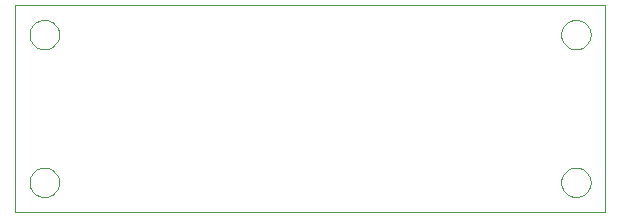
<source format=gm1>
G75*
G70*
%OFA0B0*%
%FSLAX24Y24*%
%IPPOS*%
%LPD*%
%AMOC8*
5,1,8,0,0,1.08239X$1,22.5*
%
%ADD10C,0.0000*%
D10*
X000100Y000100D02*
X000100Y006990D01*
X019785Y006990D01*
X019785Y000100D01*
X000100Y000100D01*
X000592Y001084D02*
X000594Y001128D01*
X000600Y001172D01*
X000610Y001215D01*
X000623Y001257D01*
X000641Y001297D01*
X000662Y001336D01*
X000686Y001373D01*
X000713Y001408D01*
X000744Y001440D01*
X000777Y001469D01*
X000813Y001495D01*
X000851Y001517D01*
X000891Y001536D01*
X000932Y001552D01*
X000975Y001564D01*
X001018Y001572D01*
X001062Y001576D01*
X001106Y001576D01*
X001150Y001572D01*
X001193Y001564D01*
X001236Y001552D01*
X001277Y001536D01*
X001317Y001517D01*
X001355Y001495D01*
X001391Y001469D01*
X001424Y001440D01*
X001455Y001408D01*
X001482Y001373D01*
X001506Y001336D01*
X001527Y001297D01*
X001545Y001257D01*
X001558Y001215D01*
X001568Y001172D01*
X001574Y001128D01*
X001576Y001084D01*
X001574Y001040D01*
X001568Y000996D01*
X001558Y000953D01*
X001545Y000911D01*
X001527Y000871D01*
X001506Y000832D01*
X001482Y000795D01*
X001455Y000760D01*
X001424Y000728D01*
X001391Y000699D01*
X001355Y000673D01*
X001317Y000651D01*
X001277Y000632D01*
X001236Y000616D01*
X001193Y000604D01*
X001150Y000596D01*
X001106Y000592D01*
X001062Y000592D01*
X001018Y000596D01*
X000975Y000604D01*
X000932Y000616D01*
X000891Y000632D01*
X000851Y000651D01*
X000813Y000673D01*
X000777Y000699D01*
X000744Y000728D01*
X000713Y000760D01*
X000686Y000795D01*
X000662Y000832D01*
X000641Y000871D01*
X000623Y000911D01*
X000610Y000953D01*
X000600Y000996D01*
X000594Y001040D01*
X000592Y001084D01*
X000592Y006006D02*
X000594Y006050D01*
X000600Y006094D01*
X000610Y006137D01*
X000623Y006179D01*
X000641Y006219D01*
X000662Y006258D01*
X000686Y006295D01*
X000713Y006330D01*
X000744Y006362D01*
X000777Y006391D01*
X000813Y006417D01*
X000851Y006439D01*
X000891Y006458D01*
X000932Y006474D01*
X000975Y006486D01*
X001018Y006494D01*
X001062Y006498D01*
X001106Y006498D01*
X001150Y006494D01*
X001193Y006486D01*
X001236Y006474D01*
X001277Y006458D01*
X001317Y006439D01*
X001355Y006417D01*
X001391Y006391D01*
X001424Y006362D01*
X001455Y006330D01*
X001482Y006295D01*
X001506Y006258D01*
X001527Y006219D01*
X001545Y006179D01*
X001558Y006137D01*
X001568Y006094D01*
X001574Y006050D01*
X001576Y006006D01*
X001574Y005962D01*
X001568Y005918D01*
X001558Y005875D01*
X001545Y005833D01*
X001527Y005793D01*
X001506Y005754D01*
X001482Y005717D01*
X001455Y005682D01*
X001424Y005650D01*
X001391Y005621D01*
X001355Y005595D01*
X001317Y005573D01*
X001277Y005554D01*
X001236Y005538D01*
X001193Y005526D01*
X001150Y005518D01*
X001106Y005514D01*
X001062Y005514D01*
X001018Y005518D01*
X000975Y005526D01*
X000932Y005538D01*
X000891Y005554D01*
X000851Y005573D01*
X000813Y005595D01*
X000777Y005621D01*
X000744Y005650D01*
X000713Y005682D01*
X000686Y005717D01*
X000662Y005754D01*
X000641Y005793D01*
X000623Y005833D01*
X000610Y005875D01*
X000600Y005918D01*
X000594Y005962D01*
X000592Y006006D01*
X018309Y006006D02*
X018311Y006050D01*
X018317Y006094D01*
X018327Y006137D01*
X018340Y006179D01*
X018358Y006219D01*
X018379Y006258D01*
X018403Y006295D01*
X018430Y006330D01*
X018461Y006362D01*
X018494Y006391D01*
X018530Y006417D01*
X018568Y006439D01*
X018608Y006458D01*
X018649Y006474D01*
X018692Y006486D01*
X018735Y006494D01*
X018779Y006498D01*
X018823Y006498D01*
X018867Y006494D01*
X018910Y006486D01*
X018953Y006474D01*
X018994Y006458D01*
X019034Y006439D01*
X019072Y006417D01*
X019108Y006391D01*
X019141Y006362D01*
X019172Y006330D01*
X019199Y006295D01*
X019223Y006258D01*
X019244Y006219D01*
X019262Y006179D01*
X019275Y006137D01*
X019285Y006094D01*
X019291Y006050D01*
X019293Y006006D01*
X019291Y005962D01*
X019285Y005918D01*
X019275Y005875D01*
X019262Y005833D01*
X019244Y005793D01*
X019223Y005754D01*
X019199Y005717D01*
X019172Y005682D01*
X019141Y005650D01*
X019108Y005621D01*
X019072Y005595D01*
X019034Y005573D01*
X018994Y005554D01*
X018953Y005538D01*
X018910Y005526D01*
X018867Y005518D01*
X018823Y005514D01*
X018779Y005514D01*
X018735Y005518D01*
X018692Y005526D01*
X018649Y005538D01*
X018608Y005554D01*
X018568Y005573D01*
X018530Y005595D01*
X018494Y005621D01*
X018461Y005650D01*
X018430Y005682D01*
X018403Y005717D01*
X018379Y005754D01*
X018358Y005793D01*
X018340Y005833D01*
X018327Y005875D01*
X018317Y005918D01*
X018311Y005962D01*
X018309Y006006D01*
X018309Y001084D02*
X018311Y001128D01*
X018317Y001172D01*
X018327Y001215D01*
X018340Y001257D01*
X018358Y001297D01*
X018379Y001336D01*
X018403Y001373D01*
X018430Y001408D01*
X018461Y001440D01*
X018494Y001469D01*
X018530Y001495D01*
X018568Y001517D01*
X018608Y001536D01*
X018649Y001552D01*
X018692Y001564D01*
X018735Y001572D01*
X018779Y001576D01*
X018823Y001576D01*
X018867Y001572D01*
X018910Y001564D01*
X018953Y001552D01*
X018994Y001536D01*
X019034Y001517D01*
X019072Y001495D01*
X019108Y001469D01*
X019141Y001440D01*
X019172Y001408D01*
X019199Y001373D01*
X019223Y001336D01*
X019244Y001297D01*
X019262Y001257D01*
X019275Y001215D01*
X019285Y001172D01*
X019291Y001128D01*
X019293Y001084D01*
X019291Y001040D01*
X019285Y000996D01*
X019275Y000953D01*
X019262Y000911D01*
X019244Y000871D01*
X019223Y000832D01*
X019199Y000795D01*
X019172Y000760D01*
X019141Y000728D01*
X019108Y000699D01*
X019072Y000673D01*
X019034Y000651D01*
X018994Y000632D01*
X018953Y000616D01*
X018910Y000604D01*
X018867Y000596D01*
X018823Y000592D01*
X018779Y000592D01*
X018735Y000596D01*
X018692Y000604D01*
X018649Y000616D01*
X018608Y000632D01*
X018568Y000651D01*
X018530Y000673D01*
X018494Y000699D01*
X018461Y000728D01*
X018430Y000760D01*
X018403Y000795D01*
X018379Y000832D01*
X018358Y000871D01*
X018340Y000911D01*
X018327Y000953D01*
X018317Y000996D01*
X018311Y001040D01*
X018309Y001084D01*
M02*

</source>
